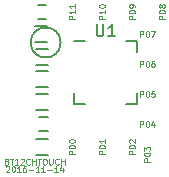
<source format=gto>
G04 #@! TF.FileFunction,Legend,Top*
%FSLAX46Y46*%
G04 Gerber Fmt 4.6, Leading zero omitted, Abs format (unit mm)*
G04 Created by KiCad (PCBNEW 4.0.4-stable) date 11/14/16 13:42:01*
%MOMM*%
%LPD*%
G01*
G04 APERTURE LIST*
%ADD10C,0.100000*%
%ADD11C,0.125000*%
%ADD12C,0.150000*%
G04 APERTURE END LIST*
D10*
D11*
X141716430Y-88673810D02*
X141740240Y-88650000D01*
X141787859Y-88626190D01*
X141906906Y-88626190D01*
X141954525Y-88650000D01*
X141978335Y-88673810D01*
X142002144Y-88721429D01*
X142002144Y-88769048D01*
X141978335Y-88840476D01*
X141692621Y-89126190D01*
X142002144Y-89126190D01*
X142311668Y-88626190D02*
X142359287Y-88626190D01*
X142406906Y-88650000D01*
X142430715Y-88673810D01*
X142454525Y-88721429D01*
X142478334Y-88816667D01*
X142478334Y-88935714D01*
X142454525Y-89030952D01*
X142430715Y-89078571D01*
X142406906Y-89102381D01*
X142359287Y-89126190D01*
X142311668Y-89126190D01*
X142264049Y-89102381D01*
X142240239Y-89078571D01*
X142216430Y-89030952D01*
X142192620Y-88935714D01*
X142192620Y-88816667D01*
X142216430Y-88721429D01*
X142240239Y-88673810D01*
X142264049Y-88650000D01*
X142311668Y-88626190D01*
X142954524Y-89126190D02*
X142668810Y-89126190D01*
X142811667Y-89126190D02*
X142811667Y-88626190D01*
X142764048Y-88697619D01*
X142716429Y-88745238D01*
X142668810Y-88769048D01*
X143383095Y-88626190D02*
X143287857Y-88626190D01*
X143240238Y-88650000D01*
X143216429Y-88673810D01*
X143168810Y-88745238D01*
X143145000Y-88840476D01*
X143145000Y-89030952D01*
X143168810Y-89078571D01*
X143192619Y-89102381D01*
X143240238Y-89126190D01*
X143335476Y-89126190D01*
X143383095Y-89102381D01*
X143406905Y-89078571D01*
X143430714Y-89030952D01*
X143430714Y-88911905D01*
X143406905Y-88864286D01*
X143383095Y-88840476D01*
X143335476Y-88816667D01*
X143240238Y-88816667D01*
X143192619Y-88840476D01*
X143168810Y-88864286D01*
X143145000Y-88911905D01*
X143645000Y-88935714D02*
X144025952Y-88935714D01*
X144525952Y-89126190D02*
X144240238Y-89126190D01*
X144383095Y-89126190D02*
X144383095Y-88626190D01*
X144335476Y-88697619D01*
X144287857Y-88745238D01*
X144240238Y-88769048D01*
X145002142Y-89126190D02*
X144716428Y-89126190D01*
X144859285Y-89126190D02*
X144859285Y-88626190D01*
X144811666Y-88697619D01*
X144764047Y-88745238D01*
X144716428Y-88769048D01*
X145216428Y-88935714D02*
X145597380Y-88935714D01*
X146097380Y-89126190D02*
X145811666Y-89126190D01*
X145954523Y-89126190D02*
X145954523Y-88626190D01*
X145906904Y-88697619D01*
X145859285Y-88745238D01*
X145811666Y-88769048D01*
X146525951Y-88792857D02*
X146525951Y-89126190D01*
X146406904Y-88602381D02*
X146287856Y-88959524D01*
X146597380Y-88959524D01*
X141775952Y-88229286D02*
X141847381Y-88253095D01*
X141871190Y-88276905D01*
X141895000Y-88324524D01*
X141895000Y-88395952D01*
X141871190Y-88443571D01*
X141847381Y-88467381D01*
X141799762Y-88491190D01*
X141609286Y-88491190D01*
X141609286Y-87991190D01*
X141775952Y-87991190D01*
X141823571Y-88015000D01*
X141847381Y-88038810D01*
X141871190Y-88086429D01*
X141871190Y-88134048D01*
X141847381Y-88181667D01*
X141823571Y-88205476D01*
X141775952Y-88229286D01*
X141609286Y-88229286D01*
X142037857Y-87991190D02*
X142323571Y-87991190D01*
X142180714Y-88491190D02*
X142180714Y-87991190D01*
X142752142Y-88491190D02*
X142466428Y-88491190D01*
X142609285Y-88491190D02*
X142609285Y-87991190D01*
X142561666Y-88062619D01*
X142514047Y-88110238D01*
X142466428Y-88134048D01*
X142942618Y-88038810D02*
X142966428Y-88015000D01*
X143014047Y-87991190D01*
X143133094Y-87991190D01*
X143180713Y-88015000D01*
X143204523Y-88038810D01*
X143228332Y-88086429D01*
X143228332Y-88134048D01*
X143204523Y-88205476D01*
X142918809Y-88491190D01*
X143228332Y-88491190D01*
X143728332Y-88443571D02*
X143704522Y-88467381D01*
X143633094Y-88491190D01*
X143585475Y-88491190D01*
X143514046Y-88467381D01*
X143466427Y-88419762D01*
X143442618Y-88372143D01*
X143418808Y-88276905D01*
X143418808Y-88205476D01*
X143442618Y-88110238D01*
X143466427Y-88062619D01*
X143514046Y-88015000D01*
X143585475Y-87991190D01*
X143633094Y-87991190D01*
X143704522Y-88015000D01*
X143728332Y-88038810D01*
X143942618Y-88491190D02*
X143942618Y-87991190D01*
X143942618Y-88229286D02*
X144228332Y-88229286D01*
X144228332Y-88491190D02*
X144228332Y-87991190D01*
X144394999Y-87991190D02*
X144680713Y-87991190D01*
X144537856Y-88491190D02*
X144537856Y-87991190D01*
X144942618Y-87991190D02*
X145037856Y-87991190D01*
X145085475Y-88015000D01*
X145133094Y-88062619D01*
X145156903Y-88157857D01*
X145156903Y-88324524D01*
X145133094Y-88419762D01*
X145085475Y-88467381D01*
X145037856Y-88491190D01*
X144942618Y-88491190D01*
X144894999Y-88467381D01*
X144847380Y-88419762D01*
X144823570Y-88324524D01*
X144823570Y-88157857D01*
X144847380Y-88062619D01*
X144894999Y-88015000D01*
X144942618Y-87991190D01*
X145371190Y-87991190D02*
X145371190Y-88395952D01*
X145394999Y-88443571D01*
X145418809Y-88467381D01*
X145466428Y-88491190D01*
X145561666Y-88491190D01*
X145609285Y-88467381D01*
X145633094Y-88443571D01*
X145656904Y-88395952D01*
X145656904Y-87991190D01*
X146180714Y-88443571D02*
X146156904Y-88467381D01*
X146085476Y-88491190D01*
X146037857Y-88491190D01*
X145966428Y-88467381D01*
X145918809Y-88419762D01*
X145895000Y-88372143D01*
X145871190Y-88276905D01*
X145871190Y-88205476D01*
X145895000Y-88110238D01*
X145918809Y-88062619D01*
X145966428Y-88015000D01*
X146037857Y-87991190D01*
X146085476Y-87991190D01*
X146156904Y-88015000D01*
X146180714Y-88038810D01*
X146395000Y-88491190D02*
X146395000Y-87991190D01*
X146395000Y-88229286D02*
X146680714Y-88229286D01*
X146680714Y-88491190D02*
X146680714Y-87991190D01*
D12*
X144165000Y-76795000D02*
X145165000Y-76795000D01*
X145165000Y-78145000D02*
X144165000Y-78145000D01*
X146340000Y-78160000D02*
G75*
G03X146340000Y-78160000I-1270000J0D01*
G01*
X152800000Y-78050000D02*
X152800000Y-78975000D01*
X147500000Y-83350000D02*
X147500000Y-82425000D01*
X152800000Y-83350000D02*
X152800000Y-82425000D01*
X147500000Y-78050000D02*
X148425000Y-78050000D01*
X147500000Y-83350000D02*
X148425000Y-83350000D01*
X152800000Y-83350000D02*
X151875000Y-83350000D01*
X152800000Y-78050000D02*
X151875000Y-78050000D01*
X145280000Y-83860000D02*
X144280000Y-83860000D01*
X144280000Y-82510000D02*
X145280000Y-82510000D01*
X144280000Y-86320000D02*
X145280000Y-86320000D01*
X145280000Y-87670000D02*
X144280000Y-87670000D01*
X144278160Y-80602460D02*
X145278160Y-80602460D01*
X145278160Y-81952460D02*
X144278160Y-81952460D01*
X144280000Y-78700000D02*
X145280000Y-78700000D01*
X145280000Y-80050000D02*
X144280000Y-80050000D01*
X145236660Y-85648952D02*
X144536660Y-85648952D01*
X144536660Y-84448952D02*
X145236660Y-84448952D01*
X145130000Y-76165000D02*
X144430000Y-76165000D01*
X144430000Y-74965000D02*
X145130000Y-74965000D01*
X149388095Y-76627381D02*
X149388095Y-77436905D01*
X149435714Y-77532143D01*
X149483333Y-77579762D01*
X149578571Y-77627381D01*
X149769048Y-77627381D01*
X149864286Y-77579762D01*
X149911905Y-77532143D01*
X149959524Y-77436905D01*
X149959524Y-76627381D01*
X150959524Y-77627381D02*
X150388095Y-77627381D01*
X150673809Y-77627381D02*
X150673809Y-76627381D01*
X150578571Y-76770238D01*
X150483333Y-76865476D01*
X150388095Y-76913095D01*
D11*
X147546190Y-87602142D02*
X147046190Y-87602142D01*
X147046190Y-87411666D01*
X147070000Y-87364047D01*
X147093810Y-87340238D01*
X147141429Y-87316428D01*
X147212857Y-87316428D01*
X147260476Y-87340238D01*
X147284286Y-87364047D01*
X147308095Y-87411666D01*
X147308095Y-87602142D01*
X147046190Y-87006904D02*
X147046190Y-86959285D01*
X147070000Y-86911666D01*
X147093810Y-86887857D01*
X147141429Y-86864047D01*
X147236667Y-86840238D01*
X147355714Y-86840238D01*
X147450952Y-86864047D01*
X147498571Y-86887857D01*
X147522381Y-86911666D01*
X147546190Y-86959285D01*
X147546190Y-87006904D01*
X147522381Y-87054523D01*
X147498571Y-87078333D01*
X147450952Y-87102142D01*
X147355714Y-87125952D01*
X147236667Y-87125952D01*
X147141429Y-87102142D01*
X147093810Y-87078333D01*
X147070000Y-87054523D01*
X147046190Y-87006904D01*
X147046190Y-86530714D02*
X147046190Y-86483095D01*
X147070000Y-86435476D01*
X147093810Y-86411667D01*
X147141429Y-86387857D01*
X147236667Y-86364048D01*
X147355714Y-86364048D01*
X147450952Y-86387857D01*
X147498571Y-86411667D01*
X147522381Y-86435476D01*
X147546190Y-86483095D01*
X147546190Y-86530714D01*
X147522381Y-86578333D01*
X147498571Y-86602143D01*
X147450952Y-86625952D01*
X147355714Y-86649762D01*
X147236667Y-86649762D01*
X147141429Y-86625952D01*
X147093810Y-86602143D01*
X147070000Y-86578333D01*
X147046190Y-86530714D01*
X150086190Y-87602142D02*
X149586190Y-87602142D01*
X149586190Y-87411666D01*
X149610000Y-87364047D01*
X149633810Y-87340238D01*
X149681429Y-87316428D01*
X149752857Y-87316428D01*
X149800476Y-87340238D01*
X149824286Y-87364047D01*
X149848095Y-87411666D01*
X149848095Y-87602142D01*
X149586190Y-87006904D02*
X149586190Y-86959285D01*
X149610000Y-86911666D01*
X149633810Y-86887857D01*
X149681429Y-86864047D01*
X149776667Y-86840238D01*
X149895714Y-86840238D01*
X149990952Y-86864047D01*
X150038571Y-86887857D01*
X150062381Y-86911666D01*
X150086190Y-86959285D01*
X150086190Y-87006904D01*
X150062381Y-87054523D01*
X150038571Y-87078333D01*
X149990952Y-87102142D01*
X149895714Y-87125952D01*
X149776667Y-87125952D01*
X149681429Y-87102142D01*
X149633810Y-87078333D01*
X149610000Y-87054523D01*
X149586190Y-87006904D01*
X150086190Y-86364048D02*
X150086190Y-86649762D01*
X150086190Y-86506905D02*
X149586190Y-86506905D01*
X149657619Y-86554524D01*
X149705238Y-86602143D01*
X149729048Y-86649762D01*
X152626190Y-87602142D02*
X152126190Y-87602142D01*
X152126190Y-87411666D01*
X152150000Y-87364047D01*
X152173810Y-87340238D01*
X152221429Y-87316428D01*
X152292857Y-87316428D01*
X152340476Y-87340238D01*
X152364286Y-87364047D01*
X152388095Y-87411666D01*
X152388095Y-87602142D01*
X152126190Y-87006904D02*
X152126190Y-86959285D01*
X152150000Y-86911666D01*
X152173810Y-86887857D01*
X152221429Y-86864047D01*
X152316667Y-86840238D01*
X152435714Y-86840238D01*
X152530952Y-86864047D01*
X152578571Y-86887857D01*
X152602381Y-86911666D01*
X152626190Y-86959285D01*
X152626190Y-87006904D01*
X152602381Y-87054523D01*
X152578571Y-87078333D01*
X152530952Y-87102142D01*
X152435714Y-87125952D01*
X152316667Y-87125952D01*
X152221429Y-87102142D01*
X152173810Y-87078333D01*
X152150000Y-87054523D01*
X152126190Y-87006904D01*
X152173810Y-86649762D02*
X152150000Y-86625952D01*
X152126190Y-86578333D01*
X152126190Y-86459286D01*
X152150000Y-86411667D01*
X152173810Y-86387857D01*
X152221429Y-86364048D01*
X152269048Y-86364048D01*
X152340476Y-86387857D01*
X152626190Y-86673571D01*
X152626190Y-86364048D01*
X153896190Y-88237142D02*
X153396190Y-88237142D01*
X153396190Y-88046666D01*
X153420000Y-87999047D01*
X153443810Y-87975238D01*
X153491429Y-87951428D01*
X153562857Y-87951428D01*
X153610476Y-87975238D01*
X153634286Y-87999047D01*
X153658095Y-88046666D01*
X153658095Y-88237142D01*
X153396190Y-87641904D02*
X153396190Y-87594285D01*
X153420000Y-87546666D01*
X153443810Y-87522857D01*
X153491429Y-87499047D01*
X153586667Y-87475238D01*
X153705714Y-87475238D01*
X153800952Y-87499047D01*
X153848571Y-87522857D01*
X153872381Y-87546666D01*
X153896190Y-87594285D01*
X153896190Y-87641904D01*
X153872381Y-87689523D01*
X153848571Y-87713333D01*
X153800952Y-87737142D01*
X153705714Y-87760952D01*
X153586667Y-87760952D01*
X153491429Y-87737142D01*
X153443810Y-87713333D01*
X153420000Y-87689523D01*
X153396190Y-87641904D01*
X153396190Y-87308571D02*
X153396190Y-86999048D01*
X153586667Y-87165714D01*
X153586667Y-87094286D01*
X153610476Y-87046667D01*
X153634286Y-87022857D01*
X153681905Y-86999048D01*
X153800952Y-86999048D01*
X153848571Y-87022857D01*
X153872381Y-87046667D01*
X153896190Y-87094286D01*
X153896190Y-87237143D01*
X153872381Y-87284762D01*
X153848571Y-87308571D01*
X153062858Y-85316190D02*
X153062858Y-84816190D01*
X153253334Y-84816190D01*
X153300953Y-84840000D01*
X153324762Y-84863810D01*
X153348572Y-84911429D01*
X153348572Y-84982857D01*
X153324762Y-85030476D01*
X153300953Y-85054286D01*
X153253334Y-85078095D01*
X153062858Y-85078095D01*
X153658096Y-84816190D02*
X153705715Y-84816190D01*
X153753334Y-84840000D01*
X153777143Y-84863810D01*
X153800953Y-84911429D01*
X153824762Y-85006667D01*
X153824762Y-85125714D01*
X153800953Y-85220952D01*
X153777143Y-85268571D01*
X153753334Y-85292381D01*
X153705715Y-85316190D01*
X153658096Y-85316190D01*
X153610477Y-85292381D01*
X153586667Y-85268571D01*
X153562858Y-85220952D01*
X153539048Y-85125714D01*
X153539048Y-85006667D01*
X153562858Y-84911429D01*
X153586667Y-84863810D01*
X153610477Y-84840000D01*
X153658096Y-84816190D01*
X154253333Y-84982857D02*
X154253333Y-85316190D01*
X154134286Y-84792381D02*
X154015238Y-85149524D01*
X154324762Y-85149524D01*
X153062858Y-82776190D02*
X153062858Y-82276190D01*
X153253334Y-82276190D01*
X153300953Y-82300000D01*
X153324762Y-82323810D01*
X153348572Y-82371429D01*
X153348572Y-82442857D01*
X153324762Y-82490476D01*
X153300953Y-82514286D01*
X153253334Y-82538095D01*
X153062858Y-82538095D01*
X153658096Y-82276190D02*
X153705715Y-82276190D01*
X153753334Y-82300000D01*
X153777143Y-82323810D01*
X153800953Y-82371429D01*
X153824762Y-82466667D01*
X153824762Y-82585714D01*
X153800953Y-82680952D01*
X153777143Y-82728571D01*
X153753334Y-82752381D01*
X153705715Y-82776190D01*
X153658096Y-82776190D01*
X153610477Y-82752381D01*
X153586667Y-82728571D01*
X153562858Y-82680952D01*
X153539048Y-82585714D01*
X153539048Y-82466667D01*
X153562858Y-82371429D01*
X153586667Y-82323810D01*
X153610477Y-82300000D01*
X153658096Y-82276190D01*
X154277143Y-82276190D02*
X154039048Y-82276190D01*
X154015238Y-82514286D01*
X154039048Y-82490476D01*
X154086667Y-82466667D01*
X154205714Y-82466667D01*
X154253333Y-82490476D01*
X154277143Y-82514286D01*
X154300952Y-82561905D01*
X154300952Y-82680952D01*
X154277143Y-82728571D01*
X154253333Y-82752381D01*
X154205714Y-82776190D01*
X154086667Y-82776190D01*
X154039048Y-82752381D01*
X154015238Y-82728571D01*
X153062858Y-80236190D02*
X153062858Y-79736190D01*
X153253334Y-79736190D01*
X153300953Y-79760000D01*
X153324762Y-79783810D01*
X153348572Y-79831429D01*
X153348572Y-79902857D01*
X153324762Y-79950476D01*
X153300953Y-79974286D01*
X153253334Y-79998095D01*
X153062858Y-79998095D01*
X153658096Y-79736190D02*
X153705715Y-79736190D01*
X153753334Y-79760000D01*
X153777143Y-79783810D01*
X153800953Y-79831429D01*
X153824762Y-79926667D01*
X153824762Y-80045714D01*
X153800953Y-80140952D01*
X153777143Y-80188571D01*
X153753334Y-80212381D01*
X153705715Y-80236190D01*
X153658096Y-80236190D01*
X153610477Y-80212381D01*
X153586667Y-80188571D01*
X153562858Y-80140952D01*
X153539048Y-80045714D01*
X153539048Y-79926667D01*
X153562858Y-79831429D01*
X153586667Y-79783810D01*
X153610477Y-79760000D01*
X153658096Y-79736190D01*
X154253333Y-79736190D02*
X154158095Y-79736190D01*
X154110476Y-79760000D01*
X154086667Y-79783810D01*
X154039048Y-79855238D01*
X154015238Y-79950476D01*
X154015238Y-80140952D01*
X154039048Y-80188571D01*
X154062857Y-80212381D01*
X154110476Y-80236190D01*
X154205714Y-80236190D01*
X154253333Y-80212381D01*
X154277143Y-80188571D01*
X154300952Y-80140952D01*
X154300952Y-80021905D01*
X154277143Y-79974286D01*
X154253333Y-79950476D01*
X154205714Y-79926667D01*
X154110476Y-79926667D01*
X154062857Y-79950476D01*
X154039048Y-79974286D01*
X154015238Y-80021905D01*
X153062858Y-77696190D02*
X153062858Y-77196190D01*
X153253334Y-77196190D01*
X153300953Y-77220000D01*
X153324762Y-77243810D01*
X153348572Y-77291429D01*
X153348572Y-77362857D01*
X153324762Y-77410476D01*
X153300953Y-77434286D01*
X153253334Y-77458095D01*
X153062858Y-77458095D01*
X153658096Y-77196190D02*
X153705715Y-77196190D01*
X153753334Y-77220000D01*
X153777143Y-77243810D01*
X153800953Y-77291429D01*
X153824762Y-77386667D01*
X153824762Y-77505714D01*
X153800953Y-77600952D01*
X153777143Y-77648571D01*
X153753334Y-77672381D01*
X153705715Y-77696190D01*
X153658096Y-77696190D01*
X153610477Y-77672381D01*
X153586667Y-77648571D01*
X153562858Y-77600952D01*
X153539048Y-77505714D01*
X153539048Y-77386667D01*
X153562858Y-77291429D01*
X153586667Y-77243810D01*
X153610477Y-77220000D01*
X153658096Y-77196190D01*
X153991429Y-77196190D02*
X154324762Y-77196190D01*
X154110476Y-77696190D01*
X155166190Y-76172142D02*
X154666190Y-76172142D01*
X154666190Y-75981666D01*
X154690000Y-75934047D01*
X154713810Y-75910238D01*
X154761429Y-75886428D01*
X154832857Y-75886428D01*
X154880476Y-75910238D01*
X154904286Y-75934047D01*
X154928095Y-75981666D01*
X154928095Y-76172142D01*
X154666190Y-75576904D02*
X154666190Y-75529285D01*
X154690000Y-75481666D01*
X154713810Y-75457857D01*
X154761429Y-75434047D01*
X154856667Y-75410238D01*
X154975714Y-75410238D01*
X155070952Y-75434047D01*
X155118571Y-75457857D01*
X155142381Y-75481666D01*
X155166190Y-75529285D01*
X155166190Y-75576904D01*
X155142381Y-75624523D01*
X155118571Y-75648333D01*
X155070952Y-75672142D01*
X154975714Y-75695952D01*
X154856667Y-75695952D01*
X154761429Y-75672142D01*
X154713810Y-75648333D01*
X154690000Y-75624523D01*
X154666190Y-75576904D01*
X154880476Y-75124524D02*
X154856667Y-75172143D01*
X154832857Y-75195952D01*
X154785238Y-75219762D01*
X154761429Y-75219762D01*
X154713810Y-75195952D01*
X154690000Y-75172143D01*
X154666190Y-75124524D01*
X154666190Y-75029286D01*
X154690000Y-74981667D01*
X154713810Y-74957857D01*
X154761429Y-74934048D01*
X154785238Y-74934048D01*
X154832857Y-74957857D01*
X154856667Y-74981667D01*
X154880476Y-75029286D01*
X154880476Y-75124524D01*
X154904286Y-75172143D01*
X154928095Y-75195952D01*
X154975714Y-75219762D01*
X155070952Y-75219762D01*
X155118571Y-75195952D01*
X155142381Y-75172143D01*
X155166190Y-75124524D01*
X155166190Y-75029286D01*
X155142381Y-74981667D01*
X155118571Y-74957857D01*
X155070952Y-74934048D01*
X154975714Y-74934048D01*
X154928095Y-74957857D01*
X154904286Y-74981667D01*
X154880476Y-75029286D01*
X152626190Y-76172142D02*
X152126190Y-76172142D01*
X152126190Y-75981666D01*
X152150000Y-75934047D01*
X152173810Y-75910238D01*
X152221429Y-75886428D01*
X152292857Y-75886428D01*
X152340476Y-75910238D01*
X152364286Y-75934047D01*
X152388095Y-75981666D01*
X152388095Y-76172142D01*
X152126190Y-75576904D02*
X152126190Y-75529285D01*
X152150000Y-75481666D01*
X152173810Y-75457857D01*
X152221429Y-75434047D01*
X152316667Y-75410238D01*
X152435714Y-75410238D01*
X152530952Y-75434047D01*
X152578571Y-75457857D01*
X152602381Y-75481666D01*
X152626190Y-75529285D01*
X152626190Y-75576904D01*
X152602381Y-75624523D01*
X152578571Y-75648333D01*
X152530952Y-75672142D01*
X152435714Y-75695952D01*
X152316667Y-75695952D01*
X152221429Y-75672142D01*
X152173810Y-75648333D01*
X152150000Y-75624523D01*
X152126190Y-75576904D01*
X152626190Y-75172143D02*
X152626190Y-75076905D01*
X152602381Y-75029286D01*
X152578571Y-75005476D01*
X152507143Y-74957857D01*
X152411905Y-74934048D01*
X152221429Y-74934048D01*
X152173810Y-74957857D01*
X152150000Y-74981667D01*
X152126190Y-75029286D01*
X152126190Y-75124524D01*
X152150000Y-75172143D01*
X152173810Y-75195952D01*
X152221429Y-75219762D01*
X152340476Y-75219762D01*
X152388095Y-75195952D01*
X152411905Y-75172143D01*
X152435714Y-75124524D01*
X152435714Y-75029286D01*
X152411905Y-74981667D01*
X152388095Y-74957857D01*
X152340476Y-74934048D01*
X150086190Y-76172142D02*
X149586190Y-76172142D01*
X149586190Y-75981666D01*
X149610000Y-75934047D01*
X149633810Y-75910238D01*
X149681429Y-75886428D01*
X149752857Y-75886428D01*
X149800476Y-75910238D01*
X149824286Y-75934047D01*
X149848095Y-75981666D01*
X149848095Y-76172142D01*
X150086190Y-75410238D02*
X150086190Y-75695952D01*
X150086190Y-75553095D02*
X149586190Y-75553095D01*
X149657619Y-75600714D01*
X149705238Y-75648333D01*
X149729048Y-75695952D01*
X149586190Y-75100714D02*
X149586190Y-75053095D01*
X149610000Y-75005476D01*
X149633810Y-74981667D01*
X149681429Y-74957857D01*
X149776667Y-74934048D01*
X149895714Y-74934048D01*
X149990952Y-74957857D01*
X150038571Y-74981667D01*
X150062381Y-75005476D01*
X150086190Y-75053095D01*
X150086190Y-75100714D01*
X150062381Y-75148333D01*
X150038571Y-75172143D01*
X149990952Y-75195952D01*
X149895714Y-75219762D01*
X149776667Y-75219762D01*
X149681429Y-75195952D01*
X149633810Y-75172143D01*
X149610000Y-75148333D01*
X149586190Y-75100714D01*
X147546190Y-76172142D02*
X147046190Y-76172142D01*
X147046190Y-75981666D01*
X147070000Y-75934047D01*
X147093810Y-75910238D01*
X147141429Y-75886428D01*
X147212857Y-75886428D01*
X147260476Y-75910238D01*
X147284286Y-75934047D01*
X147308095Y-75981666D01*
X147308095Y-76172142D01*
X147546190Y-75410238D02*
X147546190Y-75695952D01*
X147546190Y-75553095D02*
X147046190Y-75553095D01*
X147117619Y-75600714D01*
X147165238Y-75648333D01*
X147189048Y-75695952D01*
X147546190Y-74934048D02*
X147546190Y-75219762D01*
X147546190Y-75076905D02*
X147046190Y-75076905D01*
X147117619Y-75124524D01*
X147165238Y-75172143D01*
X147189048Y-75219762D01*
M02*

</source>
